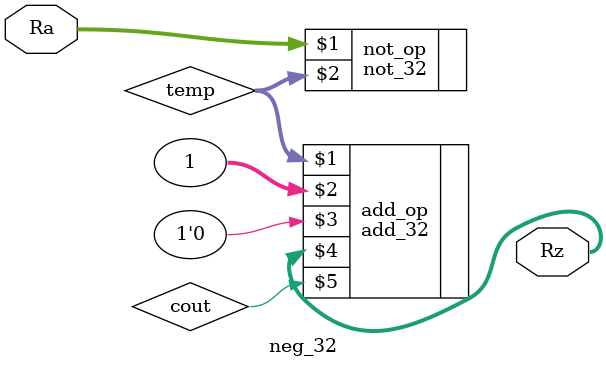
<source format=v>
`timescale 1ns / 1ps

module neg_32(
	input wire [31:0] Ra,
	output wire [31:0] Rz
	);
	
	wire [31:0] temp; 
	wire cout;
	not_32 not_op(Ra,temp);
	add_32 add_op(temp, 32'd1, 1'd0, Rz, cout);
	
endmodule
</source>
